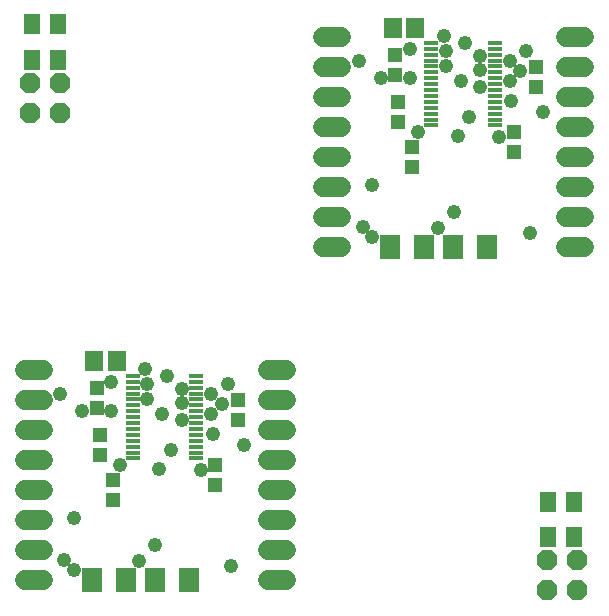
<source format=gts>
G75*
%MOIN*%
%OFA0B0*%
%FSLAX25Y25*%
%IPPOS*%
%LPD*%
%AMOC8*
5,1,8,0,0,1.08239X$1,22.5*
%
%ADD10R,0.04737X0.01666*%
%ADD11R,0.04737X0.05131*%
%ADD12R,0.05918X0.06706*%
%ADD13C,0.06800*%
%ADD14R,0.07099X0.07898*%
%ADD15R,0.05702X0.06501*%
%ADD16OC8,0.06800*%
%ADD17C,0.04800*%
D10*
X0042618Y0048991D03*
X0042618Y0050959D03*
X0042618Y0052928D03*
X0042618Y0054896D03*
X0042618Y0056865D03*
X0042618Y0058833D03*
X0042618Y0060802D03*
X0042618Y0062770D03*
X0042618Y0064739D03*
X0042618Y0066707D03*
X0042618Y0068676D03*
X0042618Y0070644D03*
X0042618Y0072613D03*
X0042618Y0074581D03*
X0042618Y0076550D03*
X0063878Y0076550D03*
X0063878Y0074581D03*
X0063878Y0072613D03*
X0063878Y0070644D03*
X0063878Y0068676D03*
X0063878Y0066707D03*
X0063878Y0064739D03*
X0063878Y0062770D03*
X0063878Y0060802D03*
X0063878Y0058833D03*
X0063878Y0056865D03*
X0063878Y0054896D03*
X0063878Y0052928D03*
X0063878Y0050959D03*
X0063878Y0048991D03*
X0142118Y0159991D03*
X0142118Y0161959D03*
X0142118Y0163928D03*
X0142118Y0165896D03*
X0142118Y0167865D03*
X0142118Y0169833D03*
X0142118Y0171802D03*
X0142118Y0173770D03*
X0142118Y0175739D03*
X0142118Y0177707D03*
X0142118Y0179676D03*
X0142118Y0181644D03*
X0142118Y0183613D03*
X0142118Y0185581D03*
X0142118Y0187550D03*
X0163378Y0187550D03*
X0163378Y0185581D03*
X0163378Y0183613D03*
X0163378Y0181644D03*
X0163378Y0179676D03*
X0163378Y0177707D03*
X0163378Y0175739D03*
X0163378Y0173770D03*
X0163378Y0171802D03*
X0163378Y0169833D03*
X0163378Y0167865D03*
X0163378Y0165896D03*
X0163378Y0163928D03*
X0163378Y0161959D03*
X0163378Y0159991D03*
D11*
X0169618Y0157896D03*
X0169618Y0151204D03*
X0177118Y0172704D03*
X0177118Y0179396D03*
X0135618Y0152896D03*
X0135618Y0146204D03*
X0131118Y0161204D03*
X0131118Y0167896D03*
X0130118Y0176704D03*
X0130118Y0183396D03*
X0030618Y0072396D03*
X0030618Y0065704D03*
X0031618Y0056896D03*
X0031618Y0050204D03*
X0036118Y0041896D03*
X0036118Y0035204D03*
X0070118Y0040204D03*
X0070118Y0046896D03*
X0077618Y0061704D03*
X0077618Y0068396D03*
D12*
X0037358Y0081550D03*
X0029878Y0081550D03*
X0129378Y0192550D03*
X0136858Y0192550D03*
D13*
X0012618Y0008550D02*
X0006618Y0008550D01*
X0006618Y0018550D02*
X0012618Y0018550D01*
X0012618Y0028550D02*
X0006618Y0028550D01*
X0006618Y0038550D02*
X0012618Y0038550D01*
X0012618Y0048550D02*
X0006618Y0048550D01*
X0006618Y0058550D02*
X0012618Y0058550D01*
X0012618Y0068550D02*
X0006618Y0068550D01*
X0006618Y0078550D02*
X0012618Y0078550D01*
X0087618Y0078550D02*
X0093618Y0078550D01*
X0093618Y0068550D02*
X0087618Y0068550D01*
X0087618Y0058550D02*
X0093618Y0058550D01*
X0093618Y0048550D02*
X0087618Y0048550D01*
X0087618Y0038550D02*
X0093618Y0038550D01*
X0093618Y0028550D02*
X0087618Y0028550D01*
X0087618Y0018550D02*
X0093618Y0018550D01*
X0093618Y0008550D02*
X0087618Y0008550D01*
X0106118Y0119550D02*
X0112118Y0119550D01*
X0112118Y0129550D02*
X0106118Y0129550D01*
X0106118Y0139550D02*
X0112118Y0139550D01*
X0112118Y0149550D02*
X0106118Y0149550D01*
X0106118Y0159550D02*
X0112118Y0159550D01*
X0112118Y0169550D02*
X0106118Y0169550D01*
X0106118Y0179550D02*
X0112118Y0179550D01*
X0112118Y0189550D02*
X0106118Y0189550D01*
X0187118Y0189550D02*
X0193118Y0189550D01*
X0193118Y0179550D02*
X0187118Y0179550D01*
X0187118Y0169550D02*
X0193118Y0169550D01*
X0193118Y0159550D02*
X0187118Y0159550D01*
X0187118Y0149550D02*
X0193118Y0149550D01*
X0193118Y0139550D02*
X0187118Y0139550D01*
X0187118Y0129550D02*
X0193118Y0129550D01*
X0193118Y0119550D02*
X0187118Y0119550D01*
D14*
X0160717Y0119550D03*
X0149520Y0119550D03*
X0139717Y0119550D03*
X0128520Y0119550D03*
X0061217Y0008550D03*
X0050020Y0008550D03*
X0040217Y0008550D03*
X0029020Y0008550D03*
D15*
X0181118Y0022849D03*
X0189819Y0022849D03*
X0189819Y0034550D03*
X0181118Y0034550D03*
X0017701Y0181952D03*
X0009000Y0181952D03*
X0009000Y0193652D03*
X0017701Y0193652D03*
D16*
X0018500Y0174152D03*
X0018500Y0164152D03*
X0008500Y0164152D03*
X0008500Y0174152D03*
X0180618Y0015050D03*
X0180618Y0005050D03*
X0190618Y0005050D03*
X0190618Y0015050D03*
D17*
X0122518Y0122750D03*
X0119218Y0126250D03*
X0122518Y0140250D03*
X0137718Y0157950D03*
X0151018Y0156450D03*
X0154818Y0162850D03*
X0158518Y0172950D03*
X0158518Y0178450D03*
X0158518Y0183250D03*
X0153518Y0187550D03*
X0146918Y0184950D03*
X0146918Y0179750D03*
X0151918Y0174850D03*
X0146318Y0189750D03*
X0134918Y0185350D03*
X0134918Y0175750D03*
X0125318Y0175750D03*
X0117918Y0181450D03*
X0164818Y0156050D03*
X0168718Y0168250D03*
X0168218Y0174850D03*
X0171718Y0178150D03*
X0168318Y0181550D03*
X0173818Y0184850D03*
X0179318Y0164350D03*
X0149618Y0131050D03*
X0144218Y0125650D03*
X0174918Y0124150D03*
X0079818Y0053350D03*
X0069218Y0057250D03*
X0068718Y0063850D03*
X0072218Y0067150D03*
X0068818Y0070550D03*
X0074318Y0073850D03*
X0059018Y0072250D03*
X0054018Y0076550D03*
X0047418Y0073950D03*
X0046818Y0078750D03*
X0047418Y0068750D03*
X0052418Y0063850D03*
X0059018Y0061950D03*
X0059018Y0067450D03*
X0055318Y0051850D03*
X0051518Y0045450D03*
X0038218Y0046950D03*
X0035418Y0064750D03*
X0025818Y0064750D03*
X0018418Y0070450D03*
X0035418Y0074350D03*
X0065318Y0045050D03*
X0050118Y0020050D03*
X0044718Y0014650D03*
X0023018Y0011750D03*
X0019718Y0015250D03*
X0023018Y0029250D03*
X0075418Y0013150D03*
M02*

</source>
